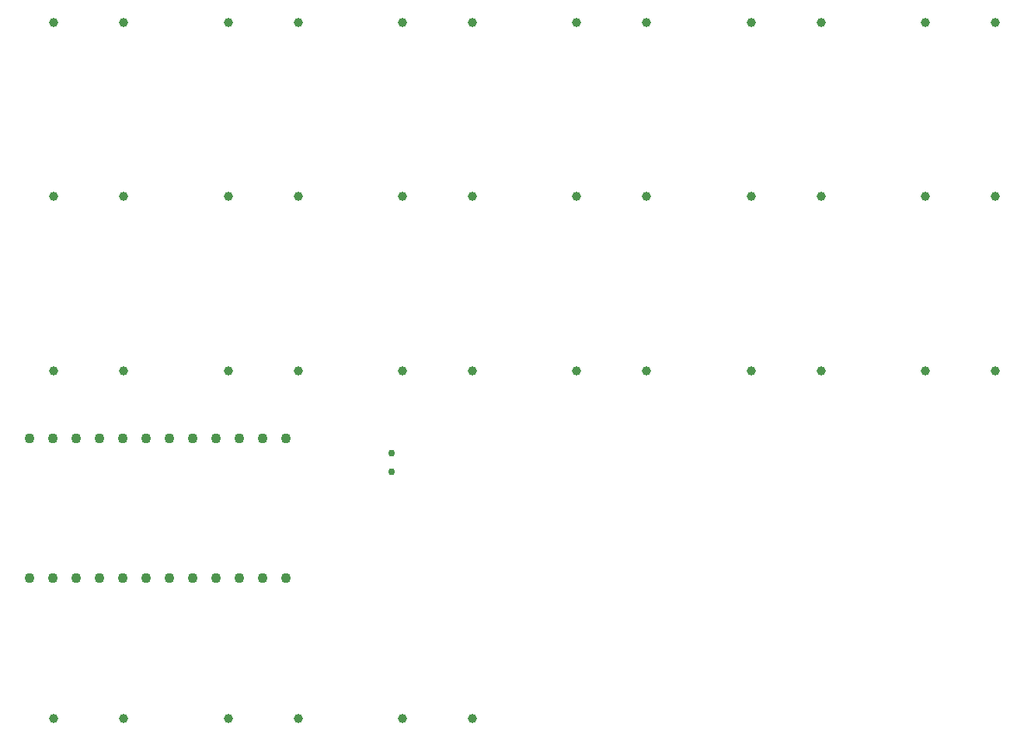
<source format=gbr>
%TF.GenerationSoftware,KiCad,Pcbnew,9.0.4*%
%TF.CreationDate,2025-09-30T09:07:34+02:00*%
%TF.ProjectId,right,72696768-742e-46b6-9963-61645f706362,v1.0.0*%
%TF.SameCoordinates,Original*%
%TF.FileFunction,Plated,1,2,PTH,Drill*%
%TF.FilePolarity,Positive*%
%FSLAX46Y46*%
G04 Gerber Fmt 4.6, Leading zero omitted, Abs format (unit mm)*
G04 Created by KiCad (PCBNEW 9.0.4) date 2025-09-30 09:07:34*
%MOMM*%
%LPD*%
G01*
G04 APERTURE LIST*
%TA.AperFunction,ComponentDrill*%
%ADD10C,0.750000*%
%TD*%
%TA.AperFunction,ComponentDrill*%
%ADD11C,0.990600*%
%TD*%
%TA.AperFunction,ComponentDrill*%
%ADD12C,1.092200*%
%TD*%
G04 APERTURE END LIST*
D10*
%TO.C,JST1*%
X135000000Y-126000000D03*
X135000000Y-128000000D03*
D11*
%TO.C,D4*%
X98190000Y-79000000D03*
%TO.C,D3*%
X98190000Y-98000000D03*
%TO.C,D2*%
X98190000Y-117000000D03*
%TO.C,D1*%
X98190000Y-155000000D03*
%TO.C,D4*%
X105810000Y-79000000D03*
%TO.C,D3*%
X105810000Y-98000000D03*
%TO.C,D2*%
X105810000Y-117000000D03*
%TO.C,D1*%
X105810000Y-155000000D03*
%TO.C,D8*%
X117190000Y-79000000D03*
%TO.C,D7*%
X117190000Y-98000000D03*
%TO.C,D6*%
X117190000Y-117000000D03*
%TO.C,D5*%
X117190000Y-155000000D03*
%TO.C,D8*%
X124810000Y-79000000D03*
%TO.C,D7*%
X124810000Y-98000000D03*
%TO.C,D6*%
X124810000Y-117000000D03*
%TO.C,D5*%
X124810000Y-155000000D03*
%TO.C,D12*%
X136190000Y-79000000D03*
%TO.C,D11*%
X136190000Y-98000000D03*
%TO.C,D10*%
X136190000Y-117000000D03*
%TO.C,D9*%
X136190000Y-155000000D03*
%TO.C,D12*%
X143810000Y-79000000D03*
%TO.C,D11*%
X143810000Y-98000000D03*
%TO.C,D10*%
X143810000Y-117000000D03*
%TO.C,D9*%
X143810000Y-155000000D03*
%TO.C,D15*%
X155190000Y-79000000D03*
%TO.C,D14*%
X155190000Y-98000000D03*
%TO.C,D13*%
X155190000Y-117000000D03*
%TO.C,D15*%
X162810000Y-79000000D03*
%TO.C,D14*%
X162810000Y-98000000D03*
%TO.C,D13*%
X162810000Y-117000000D03*
%TO.C,D18*%
X174190000Y-79000000D03*
%TO.C,D17*%
X174190000Y-98000000D03*
%TO.C,D16*%
X174190000Y-117000000D03*
%TO.C,D18*%
X181810000Y-79000000D03*
%TO.C,D17*%
X181810000Y-98000000D03*
%TO.C,D16*%
X181810000Y-117000000D03*
%TO.C,D21*%
X193190000Y-79000000D03*
%TO.C,D20*%
X193190000Y-98000000D03*
%TO.C,D19*%
X193190000Y-117000000D03*
%TO.C,D21*%
X200810000Y-79000000D03*
%TO.C,D20*%
X200810000Y-98000000D03*
%TO.C,D19*%
X200810000Y-117000000D03*
D12*
%TO.C,MCU1*%
X95530000Y-124380000D03*
X95530000Y-139620000D03*
X98070000Y-124380000D03*
X98070000Y-139620000D03*
X100610000Y-124380000D03*
X100610000Y-139620000D03*
X103150000Y-124380000D03*
X103150000Y-139620000D03*
X105690000Y-124380000D03*
X105690000Y-139620000D03*
X108230000Y-124380000D03*
X108230000Y-139620000D03*
X110770000Y-124380000D03*
X110770000Y-139620000D03*
X113310000Y-124380000D03*
X113310000Y-139620000D03*
X115850000Y-124380000D03*
X115850000Y-139620000D03*
X118390000Y-124380000D03*
X118390000Y-139620000D03*
X120930000Y-124380000D03*
X120930000Y-139620000D03*
X123470000Y-124380000D03*
X123470000Y-139620000D03*
M02*

</source>
